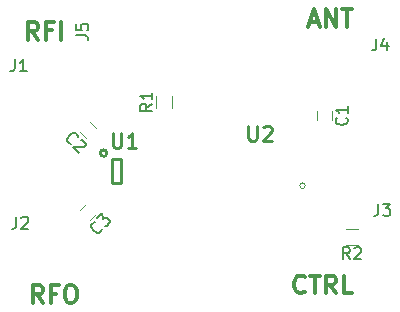
<source format=gbr>
%TF.GenerationSoftware,KiCad,Pcbnew,(2017-10-17 revision 537804b)-master*%
%TF.CreationDate,2018-07-24T22:51:58+10:00*%
%TF.ProjectId,rf_matching,72665F6D61746368696E672E6B696361,rev?*%
%TF.SameCoordinates,PX8094428PY7b4f620*%
%TF.FileFunction,Legend,Top*%
%TF.FilePolarity,Positive*%
%FSLAX46Y46*%
G04 Gerber Fmt 4.6, Leading zero omitted, Abs format (unit mm)*
G04 Created by KiCad (PCBNEW (2017-10-17 revision 537804b)-master) date Tuesday, 24 July 2018 'PMt' 22:51:58*
%MOMM*%
%LPD*%
G01*
G04 APERTURE LIST*
%ADD10C,0.300000*%
%ADD11C,0.254000*%
%ADD12C,0.100000*%
%ADD13C,0.120000*%
%ADD14C,0.150000*%
G04 APERTURE END LIST*
D10*
X50985714Y25314286D02*
X50914285Y25242858D01*
X50700000Y25171429D01*
X50557142Y25171429D01*
X50342857Y25242858D01*
X50200000Y25385715D01*
X50128571Y25528572D01*
X50057142Y25814286D01*
X50057142Y26028572D01*
X50128571Y26314286D01*
X50200000Y26457143D01*
X50342857Y26600000D01*
X50557142Y26671429D01*
X50700000Y26671429D01*
X50914285Y26600000D01*
X50985714Y26528572D01*
X51414285Y26671429D02*
X52271428Y26671429D01*
X51842857Y25171429D02*
X51842857Y26671429D01*
X53628571Y25171429D02*
X53128571Y25885715D01*
X52771428Y25171429D02*
X52771428Y26671429D01*
X53342857Y26671429D01*
X53485714Y26600000D01*
X53557142Y26528572D01*
X53628571Y26385715D01*
X53628571Y26171429D01*
X53557142Y26028572D01*
X53485714Y25957143D01*
X53342857Y25885715D01*
X52771428Y25885715D01*
X54985714Y25171429D02*
X54271428Y25171429D01*
X54271428Y26671429D01*
X51385714Y48175000D02*
X52100000Y48175000D01*
X51242857Y47746429D02*
X51742857Y49246429D01*
X52242857Y47746429D01*
X52742857Y47746429D02*
X52742857Y49246429D01*
X53600000Y47746429D01*
X53600000Y49246429D01*
X54100000Y49246429D02*
X54957142Y49246429D01*
X54528571Y47746429D02*
X54528571Y49246429D01*
X28414285Y46646429D02*
X27914285Y47360715D01*
X27557142Y46646429D02*
X27557142Y48146429D01*
X28128571Y48146429D01*
X28271428Y48075000D01*
X28342857Y48003572D01*
X28414285Y47860715D01*
X28414285Y47646429D01*
X28342857Y47503572D01*
X28271428Y47432143D01*
X28128571Y47360715D01*
X27557142Y47360715D01*
X29557142Y47432143D02*
X29057142Y47432143D01*
X29057142Y46646429D02*
X29057142Y48146429D01*
X29771428Y48146429D01*
X30342857Y46646429D02*
X30342857Y48146429D01*
X28810714Y24371429D02*
X28310714Y25085715D01*
X27953571Y24371429D02*
X27953571Y25871429D01*
X28525000Y25871429D01*
X28667857Y25800000D01*
X28739285Y25728572D01*
X28810714Y25585715D01*
X28810714Y25371429D01*
X28739285Y25228572D01*
X28667857Y25157143D01*
X28525000Y25085715D01*
X27953571Y25085715D01*
X29953571Y25157143D02*
X29453571Y25157143D01*
X29453571Y24371429D02*
X29453571Y25871429D01*
X30167857Y25871429D01*
X31025000Y25871429D02*
X31310714Y25871429D01*
X31453571Y25800000D01*
X31596428Y25657143D01*
X31667857Y25371429D01*
X31667857Y24871429D01*
X31596428Y24585715D01*
X31453571Y24442858D01*
X31310714Y24371429D01*
X31025000Y24371429D01*
X30882142Y24442858D01*
X30739285Y24585715D01*
X30667857Y24871429D01*
X30667857Y25371429D01*
X30739285Y25657143D01*
X30882142Y25800000D01*
X31025000Y25871429D01*
D11*
%TO.C,U1*%
X35450000Y34550000D02*
X35450000Y36550000D01*
X35450000Y36550000D02*
X34650000Y36550000D01*
X34650000Y36550000D02*
X34650000Y34550000D01*
X34650000Y34550000D02*
X35450000Y34550000D01*
X34232843Y37050000D02*
G75*
G03X34232843Y37050000I-282843J0D01*
G01*
D12*
%TO.C,U2*%
X51024310Y34290000D02*
G75*
G03X51024310Y34290000I-234310J0D01*
G01*
D13*
%TO.C,R1*%
X38370000Y40875000D02*
X38370000Y41875000D01*
X39730000Y41875000D02*
X39730000Y40875000D01*
%TO.C,R2*%
X54475000Y30655000D02*
X55475000Y30655000D01*
X55475000Y29295000D02*
X54475000Y29295000D01*
%TO.C,C1*%
X52050000Y39875000D02*
X52050000Y40575000D01*
X53250000Y40575000D02*
X53250000Y39875000D01*
%TO.C,C2*%
X32826777Y39696751D02*
X33321751Y39201777D01*
X32473223Y38353249D02*
X31978249Y38848223D01*
%TO.C,C3*%
X33296751Y31898223D02*
X32801777Y31403249D01*
X31953249Y32251777D02*
X32448223Y32746751D01*
%TO.C,J1*%
D14*
X26441666Y44972620D02*
X26441666Y44258334D01*
X26394047Y44115477D01*
X26298809Y44020239D01*
X26155952Y43972620D01*
X26060714Y43972620D01*
X27441666Y43972620D02*
X26870238Y43972620D01*
X27155952Y43972620D02*
X27155952Y44972620D01*
X27060714Y44829762D01*
X26965476Y44734524D01*
X26870238Y44686905D01*
%TO.C,J2*%
X26566666Y31647620D02*
X26566666Y30933334D01*
X26519047Y30790477D01*
X26423809Y30695239D01*
X26280952Y30647620D01*
X26185714Y30647620D01*
X26995238Y31552381D02*
X27042857Y31600000D01*
X27138095Y31647620D01*
X27376190Y31647620D01*
X27471428Y31600000D01*
X27519047Y31552381D01*
X27566666Y31457143D01*
X27566666Y31361905D01*
X27519047Y31219048D01*
X26947619Y30647620D01*
X27566666Y30647620D01*
%TO.C,J3*%
X57216666Y32747620D02*
X57216666Y32033334D01*
X57169047Y31890477D01*
X57073809Y31795239D01*
X56930952Y31747620D01*
X56835714Y31747620D01*
X57597619Y32747620D02*
X58216666Y32747620D01*
X57883333Y32366667D01*
X58026190Y32366667D01*
X58121428Y32319048D01*
X58169047Y32271429D01*
X58216666Y32176191D01*
X58216666Y31938096D01*
X58169047Y31842858D01*
X58121428Y31795239D01*
X58026190Y31747620D01*
X57740476Y31747620D01*
X57645238Y31795239D01*
X57597619Y31842858D01*
%TO.C,J4*%
X57041666Y46747620D02*
X57041666Y46033334D01*
X56994047Y45890477D01*
X56898809Y45795239D01*
X56755952Y45747620D01*
X56660714Y45747620D01*
X57946428Y46414286D02*
X57946428Y45747620D01*
X57708333Y46795239D02*
X57470238Y46080953D01*
X58089285Y46080953D01*
%TO.C,U1*%
D11*
X34717380Y38785477D02*
X34717380Y37757381D01*
X34777857Y37636429D01*
X34838333Y37575953D01*
X34959285Y37515477D01*
X35201190Y37515477D01*
X35322142Y37575953D01*
X35382619Y37636429D01*
X35443095Y37757381D01*
X35443095Y38785477D01*
X36713095Y37515477D02*
X35987380Y37515477D01*
X36350238Y37515477D02*
X36350238Y38785477D01*
X36229285Y38604048D01*
X36108333Y38483096D01*
X35987380Y38422620D01*
%TO.C,U2*%
X46207380Y39345477D02*
X46207380Y38317381D01*
X46267857Y38196429D01*
X46328333Y38135953D01*
X46449285Y38075477D01*
X46691190Y38075477D01*
X46812142Y38135953D01*
X46872619Y38196429D01*
X46933095Y38317381D01*
X46933095Y39345477D01*
X47477380Y39224524D02*
X47537857Y39285000D01*
X47658809Y39345477D01*
X47961190Y39345477D01*
X48082142Y39285000D01*
X48142619Y39224524D01*
X48203095Y39103572D01*
X48203095Y38982620D01*
X48142619Y38801191D01*
X47416904Y38075477D01*
X48203095Y38075477D01*
%TO.C,J5*%
D14*
X31642380Y47011667D02*
X32356666Y47011667D01*
X32499523Y46964048D01*
X32594761Y46868810D01*
X32642380Y46725953D01*
X32642380Y46630715D01*
X31642380Y47964048D02*
X31642380Y47487858D01*
X32118571Y47440239D01*
X32070952Y47487858D01*
X32023333Y47583096D01*
X32023333Y47821191D01*
X32070952Y47916429D01*
X32118571Y47964048D01*
X32213809Y48011667D01*
X32451904Y48011667D01*
X32547142Y47964048D01*
X32594761Y47916429D01*
X32642380Y47821191D01*
X32642380Y47583096D01*
X32594761Y47487858D01*
X32547142Y47440239D01*
%TO.C,R1*%
X38052380Y41208334D02*
X37576190Y40875000D01*
X38052380Y40636905D02*
X37052380Y40636905D01*
X37052380Y41017858D01*
X37100000Y41113096D01*
X37147619Y41160715D01*
X37242857Y41208334D01*
X37385714Y41208334D01*
X37480952Y41160715D01*
X37528571Y41113096D01*
X37576190Y41017858D01*
X37576190Y40636905D01*
X38052380Y42160715D02*
X38052380Y41589286D01*
X38052380Y41875000D02*
X37052380Y41875000D01*
X37195238Y41779762D01*
X37290476Y41684524D01*
X37338095Y41589286D01*
%TO.C,R2*%
X54808333Y28072620D02*
X54475000Y28548810D01*
X54236904Y28072620D02*
X54236904Y29072620D01*
X54617857Y29072620D01*
X54713095Y29025000D01*
X54760714Y28977381D01*
X54808333Y28882143D01*
X54808333Y28739286D01*
X54760714Y28644048D01*
X54713095Y28596429D01*
X54617857Y28548810D01*
X54236904Y28548810D01*
X55189285Y28977381D02*
X55236904Y29025000D01*
X55332142Y29072620D01*
X55570238Y29072620D01*
X55665476Y29025000D01*
X55713095Y28977381D01*
X55760714Y28882143D01*
X55760714Y28786905D01*
X55713095Y28644048D01*
X55141666Y28072620D01*
X55760714Y28072620D01*
%TO.C,C1*%
X54507142Y40058334D02*
X54554761Y40010715D01*
X54602380Y39867858D01*
X54602380Y39772620D01*
X54554761Y39629762D01*
X54459523Y39534524D01*
X54364285Y39486905D01*
X54173809Y39439286D01*
X54030952Y39439286D01*
X53840476Y39486905D01*
X53745238Y39534524D01*
X53650000Y39629762D01*
X53602380Y39772620D01*
X53602380Y39867858D01*
X53650000Y40010715D01*
X53697619Y40058334D01*
X54602380Y41010715D02*
X54602380Y40439286D01*
X54602380Y40725000D02*
X53602380Y40725000D01*
X53745238Y40629762D01*
X53840476Y40534524D01*
X53888095Y40439286D01*
%TO.C,C2*%
X31218950Y37829653D02*
X31151607Y37829653D01*
X31016920Y37896997D01*
X30949576Y37964340D01*
X30882233Y38099028D01*
X30882233Y38233715D01*
X30915904Y38334730D01*
X31016920Y38503089D01*
X31117935Y38604104D01*
X31286294Y38705119D01*
X31387309Y38738791D01*
X31521996Y38738791D01*
X31656683Y38671447D01*
X31724027Y38604104D01*
X31791370Y38469417D01*
X31791370Y38402073D01*
X32060744Y38132699D02*
X32128088Y38132699D01*
X32229103Y38099028D01*
X32397462Y37930669D01*
X32431133Y37829653D01*
X32431133Y37762310D01*
X32397462Y37661295D01*
X32330118Y37593951D01*
X32195431Y37526608D01*
X31387309Y37526608D01*
X31825042Y37088875D01*
%TO.C,C3*%
X33820347Y30643951D02*
X33820347Y30576608D01*
X33753003Y30441921D01*
X33685660Y30374577D01*
X33550972Y30307234D01*
X33416285Y30307234D01*
X33315270Y30340905D01*
X33146911Y30441921D01*
X33045896Y30542936D01*
X32944881Y30711295D01*
X32911209Y30812310D01*
X32911209Y30946997D01*
X32978553Y31081684D01*
X33045896Y31149028D01*
X33180583Y31216371D01*
X33247927Y31216371D01*
X33416285Y31519417D02*
X33854018Y31957150D01*
X33887690Y31452073D01*
X33988705Y31553089D01*
X34089721Y31586760D01*
X34157064Y31586760D01*
X34258079Y31553089D01*
X34426438Y31384730D01*
X34460110Y31283715D01*
X34460110Y31216371D01*
X34426438Y31115356D01*
X34224408Y30913325D01*
X34123392Y30879653D01*
X34056049Y30879653D01*
%TD*%
M02*

</source>
